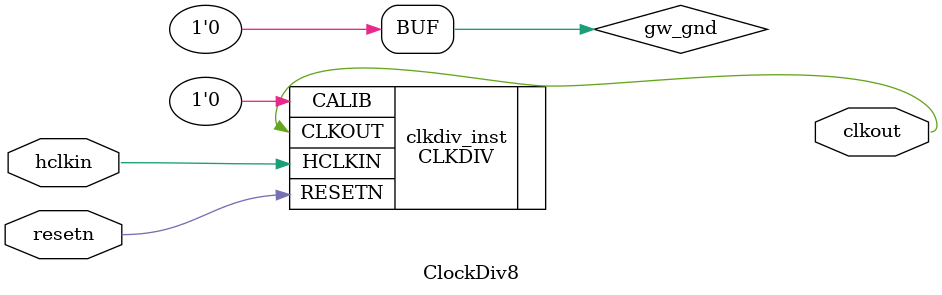
<source format=v>

module ClockDiv8 (clkout, hclkin, resetn);

output clkout;
input hclkin;
input resetn;

wire gw_gnd;

assign gw_gnd = 1'b0;

CLKDIV clkdiv_inst (
    .CLKOUT(clkout),
    .HCLKIN(hclkin),
    .RESETN(resetn),
    .CALIB(gw_gnd)
);

defparam clkdiv_inst.DIV_MODE = "8";
defparam clkdiv_inst.GSREN = "false";

endmodule //ClockDiv8

</source>
